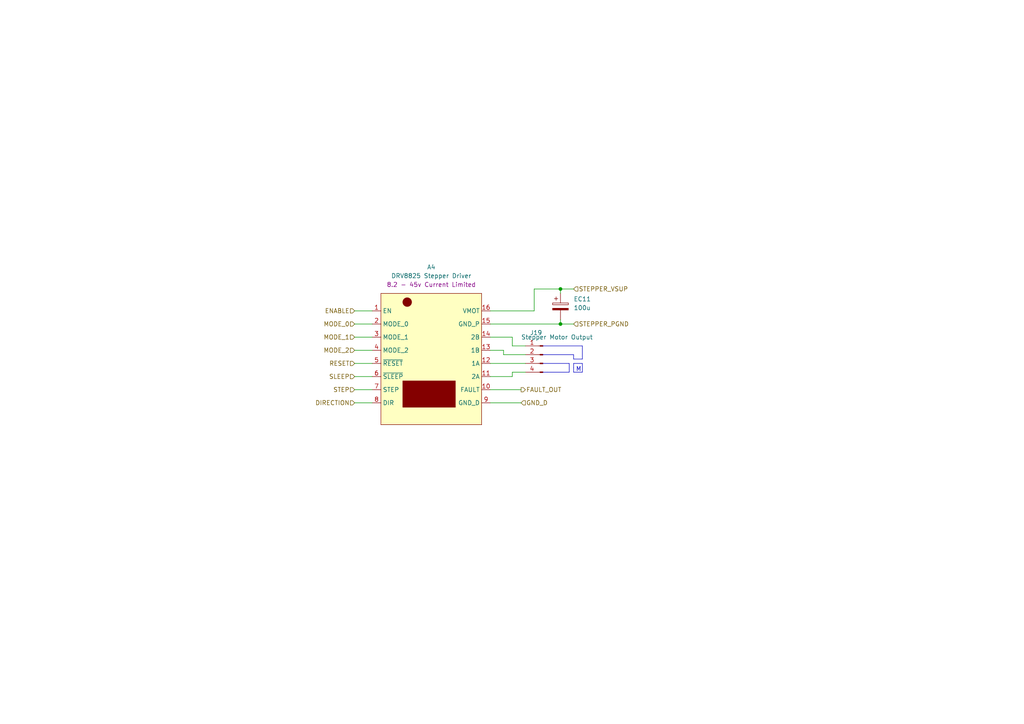
<source format=kicad_sch>
(kicad_sch (version 20230121) (generator eeschema)
  (paper "A4")
  (lib_symbols
    (symbol "000_Capacitor_Electrolytic_Immo:100u" (pin_numbers hide) (pin_names (offset 0.254))
      (property "Reference" "EC" (at 0.635 2.54 0))
      (property "Value" "100u" (at 0.635 -2.54 0))
      (symbol "100u_0_1"
        (rectangle (start -2.286 0.508) (end 2.286 1.016))
        (polyline (pts (xy -1.778 2.286) (xy -0.762 2.286)))
        (polyline (pts (xy -1.27 2.794) (xy -1.27 1.778)))
        (rectangle (start 2.286 -0.508) (end -2.286 -1.016) (fill (type outline)))
      )
      (symbol "100u_1_1"
        (pin passive line (at 0 3.81 270) (length 2.794) (name "~") (number "1"))
        (pin passive line (at 0 -3.81 90) (length 2.794) (name "~") (number "2"))
      )
    )
    (symbol "000_Connectors_Immo:4_pin_JST_XH_male" (pin_names (offset 1.016) hide)
      (property "Reference" "J" (at 0 5.08 0))
      (property "Value" "4_pin_JST_XH_male" (at 0 -7.62 0))
      (symbol "4_pin_JST_XH_male_1_1"
        (polyline (pts (xy 1.27 -5.08) (xy 0.8636 -5.08)) (stroke (width 0.1524)))
        (polyline (pts (xy 1.27 -2.54) (xy 0.8636 -2.54)) (stroke (width 0.1524)))
        (polyline (pts (xy 1.27 0) (xy 0.8636 0)) (stroke (width 0.1524)))
        (polyline (pts (xy 1.27 2.54) (xy 0.8636 2.54)) (stroke (width 0.1524)))
        (rectangle (start 0.8636 -4.953) (end 0 -5.207) (stroke (width 0.1524)) (fill (type outline)))
        (rectangle (start 0.8636 -2.413) (end 0 -2.667) (stroke (width 0.1524)) (fill (type outline)))
        (rectangle (start 0.8636 0.127) (end 0 -0.127) (stroke (width 0.1524)) (fill (type outline)))
        (rectangle (start 0.8636 2.667) (end 0 2.413) (stroke (width 0.1524)) (fill (type outline)))
        (pin passive line (at 5.08 2.54 180) (length 3.81) (name "Pin_1") (number "1"))
        (pin passive line (at 5.08 0 180) (length 3.81) (name "Pin_2") (number "2"))
        (pin passive line (at 5.08 -2.54 180) (length 3.81) (name "Pin_3") (number "3"))
        (pin passive line (at 5.08 -5.08 180) (length 3.81) (name "Pin_4") (number "4"))
      )
    )
    (symbol "000_Modules_Immo:DRV8825 High Current Stepper Motor Driver Module"
      (property "Reference" "A" (at -12.7 31.75 0))
      (property "Value" "DRV8825 High Current Stepper Motor Driver Module" (at -16.51 30.48 0))
      (property "Notes" "8.2 - 45v Current Limited" (at 0 -17.78 0))
      (symbol "DRV8825 High Current Stepper Motor Driver Module_0_1"
        (rectangle (start -15.24 17.78) (end 13.97 -20.32) (fill (type background)))
        (rectangle (start -8.89 -7.62) (end 6.35 -15.24) (fill (type outline)))
        (circle (center -7.62 15.24) (radius 1.27) (fill (type outline)))
      )
      (symbol "DRV8825 High Current Stepper Motor Driver Module_1_1"
        (pin passive line (at -17.78 12.7 0) (length 2.54) (name "EN") (number "1"))
        (pin output line (at 16.51 -10.16 180) (length 2.54) (name "FAULT") (number "10"))
        (pin output line (at 16.51 -6.35 180) (length 2.54) (name "2A") (number "11"))
        (pin output line (at 16.51 -2.54 180) (length 2.54) (name "1A") (number "12"))
        (pin output line (at 16.51 1.27 180) (length 2.54) (name "1B") (number "13"))
        (pin output line (at 16.51 5.08 180) (length 2.54) (name "2B") (number "14"))
        (pin power_in line (at 16.51 8.89 180) (length 2.54) (name "GND_P") (number "15"))
        (pin power_in line (at 16.51 12.7 180) (length 2.54) (name "VMOT") (number "16"))
        (pin passive line (at -17.78 8.89 0) (length 2.54) (name "MODE_0") (number "2"))
        (pin passive line (at -17.78 5.08 0) (length 2.54) (name "MODE_1") (number "3"))
        (pin passive line (at -17.78 1.27 0) (length 2.54) (name "MODE_2") (number "4"))
        (pin input line (at -17.78 -2.54 0) (length 2.54) (name "~{RESET}") (number "5"))
        (pin input line (at -17.78 -6.35 0) (length 2.54) (name "~{SLEEP}") (number "6"))
        (pin input line (at -17.78 -10.16 0) (length 2.54) (name "STEP") (number "7"))
        (pin input line (at -17.78 -13.97 0) (length 2.54) (name "DIR") (number "8"))
        (pin power_out line (at 16.51 -13.97 180) (length 2.54) (name "GND_D") (number "9"))
      )
    )
  )
  (junction (at 162.56 93.98))
  (junction (at 162.56 83.82))
  (wire (pts (xy 154.94 83.82) (xy 162.56 83.82)))
  (wire (pts (xy 142.24 93.98) (xy 162.56 93.98)))
  (wire (pts (xy 102.87 116.84) (xy 107.95 116.84)))
  (wire (pts (xy 162.56 83.82) (xy 162.56 85.09)))
  (wire (pts (xy 102.87 97.79) (xy 107.95 97.79)))
  (polyline (pts (xy 166.37 104.14) (xy 168.91 104.14)))
  (wire (pts (xy 102.87 105.41) (xy 107.95 105.41)))
  (wire (pts (xy 148.59 100.33) (xy 152.4 100.33)))
  (wire (pts (xy 102.87 109.22) (xy 107.95 109.22)))
  (polyline (pts (xy 166.37 106.68) (xy 166.37 105.41)))
  (polyline (pts (xy 158.75 107.95) (xy 165.1 107.95)))
  (wire (pts (xy 162.56 92.71) (xy 162.56 93.98)))
  (wire (pts (xy 152.4 107.95) (xy 148.59 107.95)))
  (polyline (pts (xy 157.48 107.95) (xy 158.75 107.95)))
  (polyline (pts (xy 157.48 102.87) (xy 166.37 102.87)))
  (polyline (pts (xy 157.48 105.41) (xy 165.1 105.41)))
  (polyline (pts (xy 168.91 105.41) (xy 168.91 107.95)))
  (wire (pts (xy 142.24 105.41) (xy 152.4 105.41)))
  (wire (pts (xy 102.87 101.6) (xy 107.95 101.6)))
  (wire (pts (xy 142.24 90.17) (xy 154.94 90.17)))
  (wire (pts (xy 142.24 101.6) (xy 146.05 101.6)))
  (wire (pts (xy 146.05 101.6) (xy 146.05 102.87)))
  (wire (pts (xy 102.87 93.98) (xy 107.95 93.98)))
  (polyline (pts (xy 168.91 104.14) (xy 168.91 100.33)))
  (wire (pts (xy 142.24 97.79) (xy 148.59 97.79)))
  (wire (pts (xy 148.59 97.79) (xy 148.59 100.33)))
  (wire (pts (xy 142.24 113.03) (xy 151.13 113.03)))
  (polyline (pts (xy 166.37 102.87) (xy 166.37 104.14)))
  (wire (pts (xy 142.24 116.84) (xy 151.13 116.84)))
  (polyline (pts (xy 157.48 100.33) (xy 168.91 100.33)))
  (wire (pts (xy 162.56 93.98) (xy 166.37 93.98)))
  (polyline (pts (xy 165.1 105.41) (xy 165.1 107.95)))
  (wire (pts (xy 162.56 83.82) (xy 166.37 83.82)))
  (wire (pts (xy 146.05 102.87) (xy 152.4 102.87)))
  (wire (pts (xy 102.87 90.17) (xy 107.95 90.17)))
  (wire (pts (xy 148.59 107.95) (xy 148.59 109.22)))
  (polyline (pts (xy 168.91 107.95) (xy 166.37 107.95)))
  (polyline (pts (xy 166.37 106.68) (xy 166.37 107.95)))
  (wire (pts (xy 102.87 113.03) (xy 107.95 113.03)))
  (wire (pts (xy 154.94 90.17) (xy 154.94 83.82)))
  (wire (pts (xy 148.59 109.22) (xy 142.24 109.22)))
  (polyline (pts (xy 166.37 105.41) (xy 168.91 105.41)))
  (text "M" (at 167.005 107.95 0) (effects (font (size 1.27 1.27)) (justify left bottom)))
  (hierarchical_label "ENABLE" (shape input) (at 102.87 90.17 180))
  (hierarchical_label "STEPPER_PGND" (shape input) (at 166.37 93.98 0))
  (hierarchical_label "SLEEP" (shape input) (at 102.87 109.22 180))
  (hierarchical_label "STEPPER_VSUP" (shape input) (at 166.37 83.82 0))
  (hierarchical_label "DIRECTION" (shape input) (at 102.87 116.84 180))
  (hierarchical_label "RESET" (shape input) (at 102.87 105.41 180))
  (hierarchical_label "MODE_0" (shape input) (at 102.87 93.98 180))
  (hierarchical_label "STEP" (shape input) (at 102.87 113.03 180))
  (hierarchical_label "MODE_2" (shape input) (at 102.87 101.6 180))
  (hierarchical_label "GND_D" (shape input) (at 151.13 116.84 0))
  (hierarchical_label "FAULT_OUT" (shape output) (at 151.13 113.03 0))
  (hierarchical_label "MODE_1" (shape input) (at 102.87 97.79 180))
  (symbol (lib_id "000_Modules_Immo:DRV8825 High Current Stepper Motor Driver Module") (at 125.73 102.87 0) (unit 1)
    (property "Reference" "A4" (at 125.095 77.47 0))
    (property "Value" "DRV8825 Stepper Driver" (at 125.095 80.01 0))
    (property "Footprint" "Module:DRV8825 Stepper Motor Module" (effects hide))
    (property "Datasheet" "https://protosupplies.com/product/drv8825-high-current-stepper-motor-driver/" (effects hide))
    (property "Notes" "8.2 - 45v Current Limited" (at 125.095 82.55 0))
  )
  (symbol (lib_id "000_Capacitor_Electrolytic_Immo:100u") (at 162.56 88.9 0) (unit 1)
    (property "Reference" "EC11" (at 166.37 86.7409 0) (effects (justify left)))
    (property "Value" "100u" (at 166.37 89.2809 0) (effects (justify left)))
    (property "Footprint" "Capacitor_SMD:CP_Elec_6.3x7.7" (effects hide))
  )
  (symbol (lib_id "000_Connectors_Immo:4_pin_JST_XH_male") (at 157.48 102.87 0) (mirror y) (unit 1)
    (property "Reference" "J19" (at 153.67 96.52 0) (effects (justify right)))
    (property "Value" "Stepper Motor Output" (at 151.13 97.79 0) (effects (justify right)))
    (property "Footprint" "Connector_JST:JST_XH_B4B-XH-A_1x04_P2.50mm_Vertical" (effects hide))
  )
)
</source>
